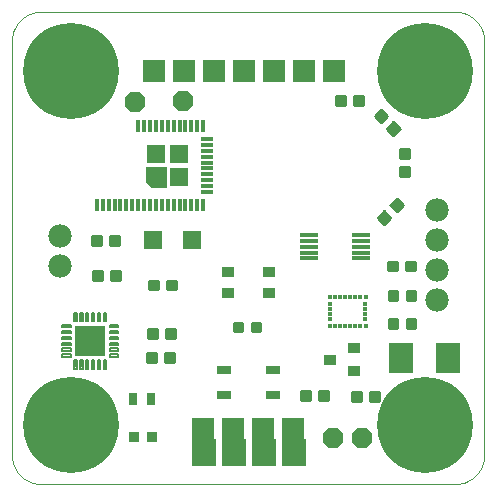
<source format=gts>
G75*
%MOIN*%
%OFA0B0*%
%FSLAX25Y25*%
%IPPOS*%
%LPD*%
%AMOC8*
5,1,8,0,0,1.08239X$1,22.5*
%
%ADD10C,0.00000*%
%ADD11OC8,0.06700*%
%ADD12C,0.00975*%
%ADD13R,0.05900X0.05900*%
%ADD14R,0.01306X0.01778*%
%ADD15R,0.01778X0.01306*%
%ADD16R,0.04337X0.03746*%
%ADD17R,0.06109X0.01581*%
%ADD18R,0.01400X0.04337*%
%ADD19R,0.04337X0.01400*%
%ADD20R,0.06306X0.06306*%
%ADD21C,0.00020*%
%ADD22C,0.00751*%
%ADD23R,0.10243X0.10243*%
%ADD24R,0.07800X0.07800*%
%ADD25C,0.31896*%
%ADD26C,0.07800*%
%ADD27C,0.00100*%
%ADD28R,0.04534X0.02959*%
%ADD29R,0.03550X0.03550*%
%ADD30R,0.02762X0.03943*%
%ADD31R,0.08274X0.10243*%
%ADD32R,0.03943X0.03550*%
D10*
X0010843Y0001300D02*
X0148638Y0001300D01*
X0148876Y0001303D01*
X0149114Y0001311D01*
X0149351Y0001326D01*
X0149588Y0001346D01*
X0149824Y0001372D01*
X0150060Y0001403D01*
X0150295Y0001440D01*
X0150529Y0001483D01*
X0150762Y0001532D01*
X0150994Y0001586D01*
X0151224Y0001646D01*
X0151453Y0001711D01*
X0151680Y0001782D01*
X0151905Y0001858D01*
X0152128Y0001940D01*
X0152350Y0002027D01*
X0152569Y0002119D01*
X0152786Y0002217D01*
X0153000Y0002319D01*
X0153212Y0002427D01*
X0153422Y0002541D01*
X0153628Y0002659D01*
X0153832Y0002782D01*
X0154032Y0002910D01*
X0154229Y0003042D01*
X0154424Y0003180D01*
X0154614Y0003322D01*
X0154802Y0003469D01*
X0154985Y0003620D01*
X0155165Y0003775D01*
X0155341Y0003935D01*
X0155513Y0004099D01*
X0155682Y0004268D01*
X0155846Y0004440D01*
X0156006Y0004616D01*
X0156161Y0004796D01*
X0156312Y0004979D01*
X0156459Y0005167D01*
X0156601Y0005357D01*
X0156739Y0005552D01*
X0156871Y0005749D01*
X0156999Y0005949D01*
X0157122Y0006153D01*
X0157240Y0006359D01*
X0157354Y0006569D01*
X0157462Y0006781D01*
X0157564Y0006995D01*
X0157662Y0007212D01*
X0157754Y0007431D01*
X0157841Y0007653D01*
X0157923Y0007876D01*
X0157999Y0008101D01*
X0158070Y0008328D01*
X0158135Y0008557D01*
X0158195Y0008787D01*
X0158249Y0009019D01*
X0158298Y0009252D01*
X0158341Y0009486D01*
X0158378Y0009721D01*
X0158409Y0009957D01*
X0158435Y0010193D01*
X0158455Y0010430D01*
X0158470Y0010667D01*
X0158478Y0010905D01*
X0158481Y0011143D01*
X0158480Y0011143D02*
X0158480Y0148938D01*
X0158481Y0148938D02*
X0158478Y0149176D01*
X0158470Y0149414D01*
X0158455Y0149651D01*
X0158435Y0149888D01*
X0158409Y0150124D01*
X0158378Y0150360D01*
X0158341Y0150595D01*
X0158298Y0150829D01*
X0158249Y0151062D01*
X0158195Y0151294D01*
X0158135Y0151524D01*
X0158070Y0151753D01*
X0157999Y0151980D01*
X0157923Y0152205D01*
X0157841Y0152428D01*
X0157754Y0152650D01*
X0157662Y0152869D01*
X0157564Y0153086D01*
X0157462Y0153300D01*
X0157354Y0153512D01*
X0157240Y0153722D01*
X0157122Y0153928D01*
X0156999Y0154132D01*
X0156871Y0154332D01*
X0156739Y0154529D01*
X0156601Y0154724D01*
X0156459Y0154914D01*
X0156312Y0155102D01*
X0156161Y0155285D01*
X0156006Y0155465D01*
X0155846Y0155641D01*
X0155682Y0155813D01*
X0155513Y0155982D01*
X0155341Y0156146D01*
X0155165Y0156306D01*
X0154985Y0156461D01*
X0154802Y0156612D01*
X0154614Y0156759D01*
X0154424Y0156901D01*
X0154229Y0157039D01*
X0154032Y0157171D01*
X0153832Y0157299D01*
X0153628Y0157422D01*
X0153422Y0157540D01*
X0153212Y0157654D01*
X0153000Y0157762D01*
X0152786Y0157864D01*
X0152569Y0157962D01*
X0152350Y0158054D01*
X0152128Y0158141D01*
X0151905Y0158223D01*
X0151680Y0158299D01*
X0151453Y0158370D01*
X0151224Y0158435D01*
X0150994Y0158495D01*
X0150762Y0158549D01*
X0150529Y0158598D01*
X0150295Y0158641D01*
X0150060Y0158678D01*
X0149824Y0158709D01*
X0149588Y0158735D01*
X0149351Y0158755D01*
X0149114Y0158770D01*
X0148876Y0158778D01*
X0148638Y0158781D01*
X0148638Y0158780D02*
X0010843Y0158780D01*
X0010843Y0158781D02*
X0010605Y0158778D01*
X0010367Y0158770D01*
X0010130Y0158755D01*
X0009893Y0158735D01*
X0009657Y0158709D01*
X0009421Y0158678D01*
X0009186Y0158641D01*
X0008952Y0158598D01*
X0008719Y0158549D01*
X0008487Y0158495D01*
X0008257Y0158435D01*
X0008028Y0158370D01*
X0007801Y0158299D01*
X0007576Y0158223D01*
X0007353Y0158141D01*
X0007131Y0158054D01*
X0006912Y0157962D01*
X0006695Y0157864D01*
X0006481Y0157762D01*
X0006269Y0157654D01*
X0006059Y0157540D01*
X0005853Y0157422D01*
X0005649Y0157299D01*
X0005449Y0157171D01*
X0005252Y0157039D01*
X0005057Y0156901D01*
X0004867Y0156759D01*
X0004679Y0156612D01*
X0004496Y0156461D01*
X0004316Y0156306D01*
X0004140Y0156146D01*
X0003968Y0155982D01*
X0003799Y0155813D01*
X0003635Y0155641D01*
X0003475Y0155465D01*
X0003320Y0155285D01*
X0003169Y0155102D01*
X0003022Y0154914D01*
X0002880Y0154724D01*
X0002742Y0154529D01*
X0002610Y0154332D01*
X0002482Y0154132D01*
X0002359Y0153928D01*
X0002241Y0153722D01*
X0002127Y0153512D01*
X0002019Y0153300D01*
X0001917Y0153086D01*
X0001819Y0152869D01*
X0001727Y0152650D01*
X0001640Y0152428D01*
X0001558Y0152205D01*
X0001482Y0151980D01*
X0001411Y0151753D01*
X0001346Y0151524D01*
X0001286Y0151294D01*
X0001232Y0151062D01*
X0001183Y0150829D01*
X0001140Y0150595D01*
X0001103Y0150360D01*
X0001072Y0150124D01*
X0001046Y0149888D01*
X0001026Y0149651D01*
X0001011Y0149414D01*
X0001003Y0149176D01*
X0001000Y0148938D01*
X0001000Y0011143D01*
X0001003Y0010905D01*
X0001011Y0010667D01*
X0001026Y0010430D01*
X0001046Y0010193D01*
X0001072Y0009957D01*
X0001103Y0009721D01*
X0001140Y0009486D01*
X0001183Y0009252D01*
X0001232Y0009019D01*
X0001286Y0008787D01*
X0001346Y0008557D01*
X0001411Y0008328D01*
X0001482Y0008101D01*
X0001558Y0007876D01*
X0001640Y0007653D01*
X0001727Y0007431D01*
X0001819Y0007212D01*
X0001917Y0006995D01*
X0002019Y0006781D01*
X0002127Y0006569D01*
X0002241Y0006359D01*
X0002359Y0006153D01*
X0002482Y0005949D01*
X0002610Y0005749D01*
X0002742Y0005552D01*
X0002880Y0005357D01*
X0003022Y0005167D01*
X0003169Y0004979D01*
X0003320Y0004796D01*
X0003475Y0004616D01*
X0003635Y0004440D01*
X0003799Y0004268D01*
X0003968Y0004099D01*
X0004140Y0003935D01*
X0004316Y0003775D01*
X0004496Y0003620D01*
X0004679Y0003469D01*
X0004867Y0003322D01*
X0005057Y0003180D01*
X0005252Y0003042D01*
X0005449Y0002910D01*
X0005649Y0002782D01*
X0005853Y0002659D01*
X0006059Y0002541D01*
X0006269Y0002427D01*
X0006481Y0002319D01*
X0006695Y0002217D01*
X0006912Y0002119D01*
X0007131Y0002027D01*
X0007353Y0001940D01*
X0007576Y0001858D01*
X0007801Y0001782D01*
X0008028Y0001711D01*
X0008257Y0001646D01*
X0008487Y0001586D01*
X0008719Y0001532D01*
X0008952Y0001483D01*
X0009186Y0001440D01*
X0009421Y0001403D01*
X0009657Y0001372D01*
X0009893Y0001346D01*
X0010130Y0001326D01*
X0010367Y0001311D01*
X0010605Y0001303D01*
X0010843Y0001300D01*
D11*
X0108087Y0016654D03*
X0117654Y0016615D03*
X0057969Y0129174D03*
X0041984Y0128859D03*
D12*
X0036723Y0084102D02*
X0033797Y0084102D01*
X0036723Y0084102D02*
X0036723Y0081176D01*
X0033797Y0081176D01*
X0033797Y0084102D01*
X0033797Y0082150D02*
X0036723Y0082150D01*
X0036723Y0083124D02*
X0033797Y0083124D01*
X0033797Y0084098D02*
X0036723Y0084098D01*
X0030723Y0084102D02*
X0027797Y0084102D01*
X0030723Y0084102D02*
X0030723Y0081176D01*
X0027797Y0081176D01*
X0027797Y0084102D01*
X0027797Y0082150D02*
X0030723Y0082150D01*
X0030723Y0083124D02*
X0027797Y0083124D01*
X0027797Y0084098D02*
X0030723Y0084098D01*
X0030998Y0069286D02*
X0028072Y0069286D01*
X0028072Y0072212D01*
X0030998Y0072212D01*
X0030998Y0069286D01*
X0030998Y0070260D02*
X0028072Y0070260D01*
X0028072Y0071234D02*
X0030998Y0071234D01*
X0030998Y0072208D02*
X0028072Y0072208D01*
X0034072Y0069286D02*
X0036998Y0069286D01*
X0034072Y0069286D02*
X0034072Y0072212D01*
X0036998Y0072212D01*
X0036998Y0069286D01*
X0036998Y0070260D02*
X0034072Y0070260D01*
X0034072Y0071234D02*
X0036998Y0071234D01*
X0036998Y0072208D02*
X0034072Y0072208D01*
X0046773Y0066215D02*
X0049699Y0066215D01*
X0046773Y0066215D02*
X0046773Y0069141D01*
X0049699Y0069141D01*
X0049699Y0066215D01*
X0049699Y0067189D02*
X0046773Y0067189D01*
X0046773Y0068163D02*
X0049699Y0068163D01*
X0049699Y0069137D02*
X0046773Y0069137D01*
X0052773Y0066215D02*
X0055699Y0066215D01*
X0052773Y0066215D02*
X0052773Y0069141D01*
X0055699Y0069141D01*
X0055699Y0066215D01*
X0055699Y0067189D02*
X0052773Y0067189D01*
X0052773Y0068163D02*
X0055699Y0068163D01*
X0055699Y0069137D02*
X0052773Y0069137D01*
X0052390Y0053117D02*
X0055316Y0053117D01*
X0055316Y0050191D01*
X0052390Y0050191D01*
X0052390Y0053117D01*
X0052390Y0051165D02*
X0055316Y0051165D01*
X0055316Y0052139D02*
X0052390Y0052139D01*
X0052390Y0053113D02*
X0055316Y0053113D01*
X0049316Y0053117D02*
X0046390Y0053117D01*
X0049316Y0053117D02*
X0049316Y0050191D01*
X0046390Y0050191D01*
X0046390Y0053117D01*
X0046390Y0051165D02*
X0049316Y0051165D01*
X0049316Y0052139D02*
X0046390Y0052139D01*
X0046390Y0053113D02*
X0049316Y0053113D01*
X0049076Y0041963D02*
X0046150Y0041963D01*
X0046150Y0044889D01*
X0049076Y0044889D01*
X0049076Y0041963D01*
X0049076Y0042937D02*
X0046150Y0042937D01*
X0046150Y0043911D02*
X0049076Y0043911D01*
X0049076Y0044885D02*
X0046150Y0044885D01*
X0052150Y0041963D02*
X0055076Y0041963D01*
X0052150Y0041963D02*
X0052150Y0044889D01*
X0055076Y0044889D01*
X0055076Y0041963D01*
X0055076Y0042937D02*
X0052150Y0042937D01*
X0052150Y0043911D02*
X0055076Y0043911D01*
X0055076Y0044885D02*
X0052150Y0044885D01*
X0074918Y0055179D02*
X0077844Y0055179D01*
X0077844Y0052253D01*
X0074918Y0052253D01*
X0074918Y0055179D01*
X0074918Y0053227D02*
X0077844Y0053227D01*
X0077844Y0054201D02*
X0074918Y0054201D01*
X0074918Y0055175D02*
X0077844Y0055175D01*
X0080918Y0055179D02*
X0083844Y0055179D01*
X0083844Y0052253D01*
X0080918Y0052253D01*
X0080918Y0055179D01*
X0080918Y0053227D02*
X0083844Y0053227D01*
X0083844Y0054201D02*
X0080918Y0054201D01*
X0080918Y0055175D02*
X0083844Y0055175D01*
X0097324Y0032212D02*
X0100250Y0032212D01*
X0100250Y0029286D01*
X0097324Y0029286D01*
X0097324Y0032212D01*
X0097324Y0030260D02*
X0100250Y0030260D01*
X0100250Y0031234D02*
X0097324Y0031234D01*
X0097324Y0032208D02*
X0100250Y0032208D01*
X0103324Y0032212D02*
X0106250Y0032212D01*
X0106250Y0029286D01*
X0103324Y0029286D01*
X0103324Y0032212D01*
X0103324Y0030260D02*
X0106250Y0030260D01*
X0106250Y0031234D02*
X0103324Y0031234D01*
X0103324Y0032208D02*
X0106250Y0032208D01*
X0114372Y0029050D02*
X0117298Y0029050D01*
X0114372Y0029050D02*
X0114372Y0031976D01*
X0117298Y0031976D01*
X0117298Y0029050D01*
X0117298Y0030024D02*
X0114372Y0030024D01*
X0114372Y0030998D02*
X0117298Y0030998D01*
X0117298Y0031972D02*
X0114372Y0031972D01*
X0120372Y0029050D02*
X0123298Y0029050D01*
X0120372Y0029050D02*
X0120372Y0031976D01*
X0123298Y0031976D01*
X0123298Y0029050D01*
X0123298Y0030024D02*
X0120372Y0030024D01*
X0120372Y0030998D02*
X0123298Y0030998D01*
X0123298Y0031972D02*
X0120372Y0031972D01*
X0126576Y0053498D02*
X0129502Y0053498D01*
X0126576Y0053498D02*
X0126576Y0056424D01*
X0129502Y0056424D01*
X0129502Y0053498D01*
X0129502Y0054472D02*
X0126576Y0054472D01*
X0126576Y0055446D02*
X0129502Y0055446D01*
X0129502Y0056420D02*
X0126576Y0056420D01*
X0132576Y0053498D02*
X0135502Y0053498D01*
X0132576Y0053498D02*
X0132576Y0056424D01*
X0135502Y0056424D01*
X0135502Y0053498D01*
X0135502Y0054472D02*
X0132576Y0054472D01*
X0132576Y0055446D02*
X0135502Y0055446D01*
X0135502Y0056420D02*
X0132576Y0056420D01*
X0132616Y0062711D02*
X0135542Y0062711D01*
X0132616Y0062711D02*
X0132616Y0065637D01*
X0135542Y0065637D01*
X0135542Y0062711D01*
X0135542Y0063685D02*
X0132616Y0063685D01*
X0132616Y0064659D02*
X0135542Y0064659D01*
X0135542Y0065633D02*
X0132616Y0065633D01*
X0129542Y0062711D02*
X0126616Y0062711D01*
X0126616Y0065637D01*
X0129542Y0065637D01*
X0129542Y0062711D01*
X0129542Y0063685D02*
X0126616Y0063685D01*
X0126616Y0064659D02*
X0129542Y0064659D01*
X0129542Y0065633D02*
X0126616Y0065633D01*
X0126340Y0072593D02*
X0129266Y0072593D01*
X0126340Y0072593D02*
X0126340Y0075519D01*
X0129266Y0075519D01*
X0129266Y0072593D01*
X0129266Y0073567D02*
X0126340Y0073567D01*
X0126340Y0074541D02*
X0129266Y0074541D01*
X0129266Y0075515D02*
X0126340Y0075515D01*
X0132340Y0072593D02*
X0135266Y0072593D01*
X0132340Y0072593D02*
X0132340Y0075519D01*
X0135266Y0075519D01*
X0135266Y0072593D01*
X0135266Y0073567D02*
X0132340Y0073567D01*
X0132340Y0074541D02*
X0135266Y0074541D01*
X0135266Y0075515D02*
X0132340Y0075515D01*
X0122984Y0090181D02*
X0125052Y0092249D01*
X0127120Y0090181D01*
X0125052Y0088113D01*
X0122984Y0090181D01*
X0124078Y0089087D02*
X0126026Y0089087D01*
X0127000Y0090061D02*
X0123104Y0090061D01*
X0123838Y0091035D02*
X0126266Y0091035D01*
X0125292Y0092009D02*
X0124812Y0092009D01*
X0127227Y0094424D02*
X0129295Y0096492D01*
X0131363Y0094424D01*
X0129295Y0092356D01*
X0127227Y0094424D01*
X0128321Y0093330D02*
X0130269Y0093330D01*
X0131243Y0094304D02*
X0127347Y0094304D01*
X0128081Y0095278D02*
X0130509Y0095278D01*
X0129535Y0096252D02*
X0129055Y0096252D01*
X0130364Y0104042D02*
X0130364Y0106968D01*
X0133290Y0106968D01*
X0133290Y0104042D01*
X0130364Y0104042D01*
X0130364Y0105016D02*
X0133290Y0105016D01*
X0133290Y0105990D02*
X0130364Y0105990D01*
X0130364Y0106964D02*
X0133290Y0106964D01*
X0130364Y0110042D02*
X0130364Y0112968D01*
X0133290Y0112968D01*
X0133290Y0110042D01*
X0130364Y0110042D01*
X0130364Y0111016D02*
X0133290Y0111016D01*
X0133290Y0111990D02*
X0130364Y0111990D01*
X0130364Y0112964D02*
X0133290Y0112964D01*
X0128208Y0117739D02*
X0126140Y0119807D01*
X0128208Y0121875D01*
X0130276Y0119807D01*
X0128208Y0117739D01*
X0129182Y0118713D02*
X0127234Y0118713D01*
X0126260Y0119687D02*
X0130156Y0119687D01*
X0129422Y0120661D02*
X0126994Y0120661D01*
X0127968Y0121635D02*
X0128448Y0121635D01*
X0123965Y0121982D02*
X0121897Y0124050D01*
X0123965Y0126118D01*
X0126033Y0124050D01*
X0123965Y0121982D01*
X0124939Y0122956D02*
X0122991Y0122956D01*
X0122017Y0123930D02*
X0125913Y0123930D01*
X0125179Y0124904D02*
X0122751Y0124904D01*
X0123725Y0125878D02*
X0124205Y0125878D01*
X0117999Y0127852D02*
X0115073Y0127852D01*
X0115073Y0130778D01*
X0117999Y0130778D01*
X0117999Y0127852D01*
X0117999Y0128826D02*
X0115073Y0128826D01*
X0115073Y0129800D02*
X0117999Y0129800D01*
X0117999Y0130774D02*
X0115073Y0130774D01*
X0111999Y0127852D02*
X0109073Y0127852D01*
X0109073Y0130778D01*
X0111999Y0130778D01*
X0111999Y0127852D01*
X0111999Y0128826D02*
X0109073Y0128826D01*
X0109073Y0129800D02*
X0111999Y0129800D01*
X0111999Y0130774D02*
X0109073Y0130774D01*
D13*
X0061201Y0082678D03*
X0048201Y0082678D03*
D14*
X0107058Y0063591D03*
X0108751Y0063591D03*
X0110444Y0063591D03*
X0112137Y0063591D03*
X0113830Y0063591D03*
X0115523Y0063591D03*
X0117216Y0063591D03*
X0118909Y0063591D03*
X0118909Y0053984D03*
X0117216Y0053984D03*
X0115523Y0053984D03*
X0113830Y0053984D03*
X0112137Y0053984D03*
X0110444Y0053984D03*
X0108751Y0053984D03*
X0107058Y0053984D03*
D15*
X0107176Y0056248D03*
X0107176Y0057941D03*
X0107176Y0059634D03*
X0107176Y0061327D03*
X0118791Y0061327D03*
X0118791Y0059634D03*
X0118791Y0057941D03*
X0118791Y0056248D03*
D16*
X0086810Y0065025D03*
X0086810Y0071915D03*
X0073031Y0071915D03*
X0073031Y0065025D03*
D17*
X0100034Y0076556D03*
X0100034Y0078524D03*
X0100034Y0080493D03*
X0100034Y0082461D03*
X0100034Y0084430D03*
X0117357Y0084430D03*
X0117357Y0082461D03*
X0117357Y0080493D03*
X0117357Y0078524D03*
X0117357Y0076556D03*
D18*
X0064780Y0094509D03*
X0062811Y0094509D03*
X0060843Y0094509D03*
X0058874Y0094509D03*
X0056906Y0094509D03*
X0054937Y0094509D03*
X0052969Y0094509D03*
X0051000Y0094509D03*
X0049031Y0094509D03*
X0047063Y0094509D03*
X0045094Y0094509D03*
X0043126Y0094509D03*
X0041157Y0094509D03*
X0039189Y0094509D03*
X0037220Y0094509D03*
X0035252Y0094509D03*
X0033283Y0094509D03*
X0031315Y0094509D03*
X0029346Y0094509D03*
X0043126Y0120532D03*
X0045094Y0120532D03*
X0047063Y0120532D03*
X0049031Y0120532D03*
X0051000Y0120532D03*
X0052969Y0120532D03*
X0054937Y0120532D03*
X0056906Y0120532D03*
X0058874Y0120532D03*
X0060843Y0120532D03*
X0062811Y0120532D03*
X0064780Y0120532D03*
D19*
X0065921Y0116379D03*
X0065921Y0114410D03*
X0065921Y0112442D03*
X0065921Y0110473D03*
X0065921Y0108505D03*
X0065921Y0106536D03*
X0065921Y0104568D03*
X0065921Y0102599D03*
X0065921Y0100631D03*
X0065921Y0098662D03*
D20*
X0056866Y0103564D03*
X0056866Y0111438D03*
X0048992Y0111438D03*
D21*
X0052339Y0106910D02*
X0045646Y0106910D01*
X0045646Y0102225D01*
X0047654Y0100217D01*
X0052339Y0100217D01*
X0052339Y0106910D01*
X0052339Y0106902D02*
X0045646Y0106902D01*
X0045646Y0106884D02*
X0052339Y0106884D01*
X0052339Y0106866D02*
X0045646Y0106866D01*
X0045646Y0106848D02*
X0052339Y0106848D01*
X0052339Y0106830D02*
X0045646Y0106830D01*
X0045646Y0106812D02*
X0052339Y0106812D01*
X0052339Y0106793D02*
X0045646Y0106793D01*
X0045646Y0106775D02*
X0052339Y0106775D01*
X0052339Y0106757D02*
X0045646Y0106757D01*
X0045646Y0106739D02*
X0052339Y0106739D01*
X0052339Y0106721D02*
X0045646Y0106721D01*
X0045646Y0106702D02*
X0052339Y0106702D01*
X0052339Y0106684D02*
X0045646Y0106684D01*
X0045646Y0106666D02*
X0052339Y0106666D01*
X0052339Y0106648D02*
X0045646Y0106648D01*
X0045646Y0106630D02*
X0052339Y0106630D01*
X0052339Y0106611D02*
X0045646Y0106611D01*
X0045646Y0106593D02*
X0052339Y0106593D01*
X0052339Y0106575D02*
X0045646Y0106575D01*
X0045646Y0106557D02*
X0052339Y0106557D01*
X0052339Y0106539D02*
X0045646Y0106539D01*
X0045646Y0106520D02*
X0052339Y0106520D01*
X0052339Y0106502D02*
X0045646Y0106502D01*
X0045646Y0106484D02*
X0052339Y0106484D01*
X0052339Y0106466D02*
X0045646Y0106466D01*
X0045646Y0106448D02*
X0052339Y0106448D01*
X0052339Y0106429D02*
X0045646Y0106429D01*
X0045646Y0106411D02*
X0052339Y0106411D01*
X0052339Y0106393D02*
X0045646Y0106393D01*
X0045646Y0106375D02*
X0052339Y0106375D01*
X0052339Y0106357D02*
X0045646Y0106357D01*
X0045646Y0106338D02*
X0052339Y0106338D01*
X0052339Y0106320D02*
X0045646Y0106320D01*
X0045646Y0106302D02*
X0052339Y0106302D01*
X0052339Y0106284D02*
X0045646Y0106284D01*
X0045646Y0106266D02*
X0052339Y0106266D01*
X0052339Y0106247D02*
X0045646Y0106247D01*
X0045646Y0106229D02*
X0052339Y0106229D01*
X0052339Y0106211D02*
X0045646Y0106211D01*
X0045646Y0106193D02*
X0052339Y0106193D01*
X0052339Y0106175D02*
X0045646Y0106175D01*
X0045646Y0106156D02*
X0052339Y0106156D01*
X0052339Y0106138D02*
X0045646Y0106138D01*
X0045646Y0106120D02*
X0052339Y0106120D01*
X0052339Y0106102D02*
X0045646Y0106102D01*
X0045646Y0106084D02*
X0052339Y0106084D01*
X0052339Y0106065D02*
X0045646Y0106065D01*
X0045646Y0106047D02*
X0052339Y0106047D01*
X0052339Y0106029D02*
X0045646Y0106029D01*
X0045646Y0106011D02*
X0052339Y0106011D01*
X0052339Y0105993D02*
X0045646Y0105993D01*
X0045646Y0105974D02*
X0052339Y0105974D01*
X0052339Y0105956D02*
X0045646Y0105956D01*
X0045646Y0105938D02*
X0052339Y0105938D01*
X0052339Y0105920D02*
X0045646Y0105920D01*
X0045646Y0105902D02*
X0052339Y0105902D01*
X0052339Y0105884D02*
X0045646Y0105884D01*
X0045646Y0105865D02*
X0052339Y0105865D01*
X0052339Y0105847D02*
X0045646Y0105847D01*
X0045646Y0105829D02*
X0052339Y0105829D01*
X0052339Y0105811D02*
X0045646Y0105811D01*
X0045646Y0105793D02*
X0052339Y0105793D01*
X0052339Y0105774D02*
X0045646Y0105774D01*
X0045646Y0105756D02*
X0052339Y0105756D01*
X0052339Y0105738D02*
X0045646Y0105738D01*
X0045646Y0105720D02*
X0052339Y0105720D01*
X0052339Y0105702D02*
X0045646Y0105702D01*
X0045646Y0105683D02*
X0052339Y0105683D01*
X0052339Y0105665D02*
X0045646Y0105665D01*
X0045646Y0105647D02*
X0052339Y0105647D01*
X0052339Y0105629D02*
X0045646Y0105629D01*
X0045646Y0105611D02*
X0052339Y0105611D01*
X0052339Y0105592D02*
X0045646Y0105592D01*
X0045646Y0105574D02*
X0052339Y0105574D01*
X0052339Y0105556D02*
X0045646Y0105556D01*
X0045646Y0105538D02*
X0052339Y0105538D01*
X0052339Y0105520D02*
X0045646Y0105520D01*
X0045646Y0105501D02*
X0052339Y0105501D01*
X0052339Y0105483D02*
X0045646Y0105483D01*
X0045646Y0105465D02*
X0052339Y0105465D01*
X0052339Y0105447D02*
X0045646Y0105447D01*
X0045646Y0105429D02*
X0052339Y0105429D01*
X0052339Y0105410D02*
X0045646Y0105410D01*
X0045646Y0105392D02*
X0052339Y0105392D01*
X0052339Y0105374D02*
X0045646Y0105374D01*
X0045646Y0105356D02*
X0052339Y0105356D01*
X0052339Y0105338D02*
X0045646Y0105338D01*
X0045646Y0105319D02*
X0052339Y0105319D01*
X0052339Y0105301D02*
X0045646Y0105301D01*
X0045646Y0105283D02*
X0052339Y0105283D01*
X0052339Y0105265D02*
X0045646Y0105265D01*
X0045646Y0105247D02*
X0052339Y0105247D01*
X0052339Y0105228D02*
X0045646Y0105228D01*
X0045646Y0105210D02*
X0052339Y0105210D01*
X0052339Y0105192D02*
X0045646Y0105192D01*
X0045646Y0105174D02*
X0052339Y0105174D01*
X0052339Y0105156D02*
X0045646Y0105156D01*
X0045646Y0105137D02*
X0052339Y0105137D01*
X0052339Y0105119D02*
X0045646Y0105119D01*
X0045646Y0105101D02*
X0052339Y0105101D01*
X0052339Y0105083D02*
X0045646Y0105083D01*
X0045646Y0105065D02*
X0052339Y0105065D01*
X0052339Y0105046D02*
X0045646Y0105046D01*
X0045646Y0105028D02*
X0052339Y0105028D01*
X0052339Y0105010D02*
X0045646Y0105010D01*
X0045646Y0104992D02*
X0052339Y0104992D01*
X0052339Y0104974D02*
X0045646Y0104974D01*
X0045646Y0104955D02*
X0052339Y0104955D01*
X0052339Y0104937D02*
X0045646Y0104937D01*
X0045646Y0104919D02*
X0052339Y0104919D01*
X0052339Y0104901D02*
X0045646Y0104901D01*
X0045646Y0104883D02*
X0052339Y0104883D01*
X0052339Y0104865D02*
X0045646Y0104865D01*
X0045646Y0104846D02*
X0052339Y0104846D01*
X0052339Y0104828D02*
X0045646Y0104828D01*
X0045646Y0104810D02*
X0052339Y0104810D01*
X0052339Y0104792D02*
X0045646Y0104792D01*
X0045646Y0104774D02*
X0052339Y0104774D01*
X0052339Y0104755D02*
X0045646Y0104755D01*
X0045646Y0104737D02*
X0052339Y0104737D01*
X0052339Y0104719D02*
X0045646Y0104719D01*
X0045646Y0104701D02*
X0052339Y0104701D01*
X0052339Y0104683D02*
X0045646Y0104683D01*
X0045646Y0104664D02*
X0052339Y0104664D01*
X0052339Y0104646D02*
X0045646Y0104646D01*
X0045646Y0104628D02*
X0052339Y0104628D01*
X0052339Y0104610D02*
X0045646Y0104610D01*
X0045646Y0104592D02*
X0052339Y0104592D01*
X0052339Y0104573D02*
X0045646Y0104573D01*
X0045646Y0104555D02*
X0052339Y0104555D01*
X0052339Y0104537D02*
X0045646Y0104537D01*
X0045646Y0104519D02*
X0052339Y0104519D01*
X0052339Y0104501D02*
X0045646Y0104501D01*
X0045646Y0104482D02*
X0052339Y0104482D01*
X0052339Y0104464D02*
X0045646Y0104464D01*
X0045646Y0104446D02*
X0052339Y0104446D01*
X0052339Y0104428D02*
X0045646Y0104428D01*
X0045646Y0104410D02*
X0052339Y0104410D01*
X0052339Y0104391D02*
X0045646Y0104391D01*
X0045646Y0104373D02*
X0052339Y0104373D01*
X0052339Y0104355D02*
X0045646Y0104355D01*
X0045646Y0104337D02*
X0052339Y0104337D01*
X0052339Y0104319D02*
X0045646Y0104319D01*
X0045646Y0104300D02*
X0052339Y0104300D01*
X0052339Y0104282D02*
X0045646Y0104282D01*
X0045646Y0104264D02*
X0052339Y0104264D01*
X0052339Y0104246D02*
X0045646Y0104246D01*
X0045646Y0104228D02*
X0052339Y0104228D01*
X0052339Y0104209D02*
X0045646Y0104209D01*
X0045646Y0104191D02*
X0052339Y0104191D01*
X0052339Y0104173D02*
X0045646Y0104173D01*
X0045646Y0104155D02*
X0052339Y0104155D01*
X0052339Y0104137D02*
X0045646Y0104137D01*
X0045646Y0104118D02*
X0052339Y0104118D01*
X0052339Y0104100D02*
X0045646Y0104100D01*
X0045646Y0104082D02*
X0052339Y0104082D01*
X0052339Y0104064D02*
X0045646Y0104064D01*
X0045646Y0104046D02*
X0052339Y0104046D01*
X0052339Y0104027D02*
X0045646Y0104027D01*
X0045646Y0104009D02*
X0052339Y0104009D01*
X0052339Y0103991D02*
X0045646Y0103991D01*
X0045646Y0103973D02*
X0052339Y0103973D01*
X0052339Y0103955D02*
X0045646Y0103955D01*
X0045646Y0103936D02*
X0052339Y0103936D01*
X0052339Y0103918D02*
X0045646Y0103918D01*
X0045646Y0103900D02*
X0052339Y0103900D01*
X0052339Y0103882D02*
X0045646Y0103882D01*
X0045646Y0103864D02*
X0052339Y0103864D01*
X0052339Y0103846D02*
X0045646Y0103846D01*
X0045646Y0103827D02*
X0052339Y0103827D01*
X0052339Y0103809D02*
X0045646Y0103809D01*
X0045646Y0103791D02*
X0052339Y0103791D01*
X0052339Y0103773D02*
X0045646Y0103773D01*
X0045646Y0103755D02*
X0052339Y0103755D01*
X0052339Y0103736D02*
X0045646Y0103736D01*
X0045646Y0103718D02*
X0052339Y0103718D01*
X0052339Y0103700D02*
X0045646Y0103700D01*
X0045646Y0103682D02*
X0052339Y0103682D01*
X0052339Y0103664D02*
X0045646Y0103664D01*
X0045646Y0103645D02*
X0052339Y0103645D01*
X0052339Y0103627D02*
X0045646Y0103627D01*
X0045646Y0103609D02*
X0052339Y0103609D01*
X0052339Y0103591D02*
X0045646Y0103591D01*
X0045646Y0103573D02*
X0052339Y0103573D01*
X0052339Y0103554D02*
X0045646Y0103554D01*
X0045646Y0103536D02*
X0052339Y0103536D01*
X0052339Y0103518D02*
X0045646Y0103518D01*
X0045646Y0103500D02*
X0052339Y0103500D01*
X0052339Y0103482D02*
X0045646Y0103482D01*
X0045646Y0103463D02*
X0052339Y0103463D01*
X0052339Y0103445D02*
X0045646Y0103445D01*
X0045646Y0103427D02*
X0052339Y0103427D01*
X0052339Y0103409D02*
X0045646Y0103409D01*
X0045646Y0103391D02*
X0052339Y0103391D01*
X0052339Y0103372D02*
X0045646Y0103372D01*
X0045646Y0103354D02*
X0052339Y0103354D01*
X0052339Y0103336D02*
X0045646Y0103336D01*
X0045646Y0103318D02*
X0052339Y0103318D01*
X0052339Y0103300D02*
X0045646Y0103300D01*
X0045646Y0103281D02*
X0052339Y0103281D01*
X0052339Y0103263D02*
X0045646Y0103263D01*
X0045646Y0103245D02*
X0052339Y0103245D01*
X0052339Y0103227D02*
X0045646Y0103227D01*
X0045646Y0103209D02*
X0052339Y0103209D01*
X0052339Y0103190D02*
X0045646Y0103190D01*
X0045646Y0103172D02*
X0052339Y0103172D01*
X0052339Y0103154D02*
X0045646Y0103154D01*
X0045646Y0103136D02*
X0052339Y0103136D01*
X0052339Y0103118D02*
X0045646Y0103118D01*
X0045646Y0103099D02*
X0052339Y0103099D01*
X0052339Y0103081D02*
X0045646Y0103081D01*
X0045646Y0103063D02*
X0052339Y0103063D01*
X0052339Y0103045D02*
X0045646Y0103045D01*
X0045646Y0103027D02*
X0052339Y0103027D01*
X0052339Y0103008D02*
X0045646Y0103008D01*
X0045646Y0102990D02*
X0052339Y0102990D01*
X0052339Y0102972D02*
X0045646Y0102972D01*
X0045646Y0102954D02*
X0052339Y0102954D01*
X0052339Y0102936D02*
X0045646Y0102936D01*
X0045646Y0102917D02*
X0052339Y0102917D01*
X0052339Y0102899D02*
X0045646Y0102899D01*
X0045646Y0102881D02*
X0052339Y0102881D01*
X0052339Y0102863D02*
X0045646Y0102863D01*
X0045646Y0102845D02*
X0052339Y0102845D01*
X0052339Y0102827D02*
X0045646Y0102827D01*
X0045646Y0102808D02*
X0052339Y0102808D01*
X0052339Y0102790D02*
X0045646Y0102790D01*
X0045646Y0102772D02*
X0052339Y0102772D01*
X0052339Y0102754D02*
X0045646Y0102754D01*
X0045646Y0102736D02*
X0052339Y0102736D01*
X0052339Y0102717D02*
X0045646Y0102717D01*
X0045646Y0102699D02*
X0052339Y0102699D01*
X0052339Y0102681D02*
X0045646Y0102681D01*
X0045646Y0102663D02*
X0052339Y0102663D01*
X0052339Y0102645D02*
X0045646Y0102645D01*
X0045646Y0102626D02*
X0052339Y0102626D01*
X0052339Y0102608D02*
X0045646Y0102608D01*
X0045646Y0102590D02*
X0052339Y0102590D01*
X0052339Y0102572D02*
X0045646Y0102572D01*
X0045646Y0102554D02*
X0052339Y0102554D01*
X0052339Y0102535D02*
X0045646Y0102535D01*
X0045646Y0102517D02*
X0052339Y0102517D01*
X0052339Y0102499D02*
X0045646Y0102499D01*
X0045646Y0102481D02*
X0052339Y0102481D01*
X0052339Y0102463D02*
X0045646Y0102463D01*
X0045646Y0102444D02*
X0052339Y0102444D01*
X0052339Y0102426D02*
X0045646Y0102426D01*
X0045646Y0102408D02*
X0052339Y0102408D01*
X0052339Y0102390D02*
X0045646Y0102390D01*
X0045646Y0102372D02*
X0052339Y0102372D01*
X0052339Y0102353D02*
X0045646Y0102353D01*
X0045646Y0102335D02*
X0052339Y0102335D01*
X0052339Y0102317D02*
X0045646Y0102317D01*
X0045646Y0102299D02*
X0052339Y0102299D01*
X0052339Y0102281D02*
X0045646Y0102281D01*
X0045646Y0102262D02*
X0052339Y0102262D01*
X0052339Y0102244D02*
X0045646Y0102244D01*
X0045646Y0102226D02*
X0052339Y0102226D01*
X0052339Y0102208D02*
X0045663Y0102208D01*
X0045681Y0102190D02*
X0052339Y0102190D01*
X0052339Y0102171D02*
X0045699Y0102171D01*
X0045718Y0102153D02*
X0052339Y0102153D01*
X0052339Y0102135D02*
X0045736Y0102135D01*
X0045754Y0102117D02*
X0052339Y0102117D01*
X0052339Y0102099D02*
X0045772Y0102099D01*
X0045790Y0102080D02*
X0052339Y0102080D01*
X0052339Y0102062D02*
X0045809Y0102062D01*
X0045827Y0102044D02*
X0052339Y0102044D01*
X0052339Y0102026D02*
X0045845Y0102026D01*
X0045863Y0102008D02*
X0052339Y0102008D01*
X0052339Y0101989D02*
X0045881Y0101989D01*
X0045900Y0101971D02*
X0052339Y0101971D01*
X0052339Y0101953D02*
X0045918Y0101953D01*
X0045936Y0101935D02*
X0052339Y0101935D01*
X0052339Y0101917D02*
X0045954Y0101917D01*
X0045972Y0101898D02*
X0052339Y0101898D01*
X0052339Y0101880D02*
X0045991Y0101880D01*
X0046009Y0101862D02*
X0052339Y0101862D01*
X0052339Y0101844D02*
X0046027Y0101844D01*
X0046045Y0101826D02*
X0052339Y0101826D01*
X0052339Y0101808D02*
X0046063Y0101808D01*
X0046082Y0101789D02*
X0052339Y0101789D01*
X0052339Y0101771D02*
X0046100Y0101771D01*
X0046118Y0101753D02*
X0052339Y0101753D01*
X0052339Y0101735D02*
X0046136Y0101735D01*
X0046154Y0101717D02*
X0052339Y0101717D01*
X0052339Y0101698D02*
X0046173Y0101698D01*
X0046191Y0101680D02*
X0052339Y0101680D01*
X0052339Y0101662D02*
X0046209Y0101662D01*
X0046227Y0101644D02*
X0052339Y0101644D01*
X0052339Y0101626D02*
X0046245Y0101626D01*
X0046264Y0101607D02*
X0052339Y0101607D01*
X0052339Y0101589D02*
X0046282Y0101589D01*
X0046300Y0101571D02*
X0052339Y0101571D01*
X0052339Y0101553D02*
X0046318Y0101553D01*
X0046336Y0101535D02*
X0052339Y0101535D01*
X0052339Y0101516D02*
X0046354Y0101516D01*
X0046373Y0101498D02*
X0052339Y0101498D01*
X0052339Y0101480D02*
X0046391Y0101480D01*
X0046409Y0101462D02*
X0052339Y0101462D01*
X0052339Y0101444D02*
X0046427Y0101444D01*
X0046445Y0101425D02*
X0052339Y0101425D01*
X0052339Y0101407D02*
X0046464Y0101407D01*
X0046482Y0101389D02*
X0052339Y0101389D01*
X0052339Y0101371D02*
X0046500Y0101371D01*
X0046518Y0101353D02*
X0052339Y0101353D01*
X0052339Y0101334D02*
X0046536Y0101334D01*
X0046555Y0101316D02*
X0052339Y0101316D01*
X0052339Y0101298D02*
X0046573Y0101298D01*
X0046591Y0101280D02*
X0052339Y0101280D01*
X0052339Y0101262D02*
X0046609Y0101262D01*
X0046627Y0101243D02*
X0052339Y0101243D01*
X0052339Y0101225D02*
X0046646Y0101225D01*
X0046664Y0101207D02*
X0052339Y0101207D01*
X0052339Y0101189D02*
X0046682Y0101189D01*
X0046700Y0101171D02*
X0052339Y0101171D01*
X0052339Y0101152D02*
X0046718Y0101152D01*
X0046737Y0101134D02*
X0052339Y0101134D01*
X0052339Y0101116D02*
X0046755Y0101116D01*
X0046773Y0101098D02*
X0052339Y0101098D01*
X0052339Y0101080D02*
X0046791Y0101080D01*
X0046809Y0101061D02*
X0052339Y0101061D01*
X0052339Y0101043D02*
X0046828Y0101043D01*
X0046846Y0101025D02*
X0052339Y0101025D01*
X0052339Y0101007D02*
X0046864Y0101007D01*
X0046882Y0100989D02*
X0052339Y0100989D01*
X0052339Y0100970D02*
X0046900Y0100970D01*
X0046919Y0100952D02*
X0052339Y0100952D01*
X0052339Y0100934D02*
X0046937Y0100934D01*
X0046955Y0100916D02*
X0052339Y0100916D01*
X0052339Y0100898D02*
X0046973Y0100898D01*
X0046991Y0100880D02*
X0052339Y0100880D01*
X0052339Y0100861D02*
X0047010Y0100861D01*
X0047028Y0100843D02*
X0052339Y0100843D01*
X0052339Y0100825D02*
X0047046Y0100825D01*
X0047064Y0100807D02*
X0052339Y0100807D01*
X0052339Y0100789D02*
X0047082Y0100789D01*
X0047101Y0100770D02*
X0052339Y0100770D01*
X0052339Y0100752D02*
X0047119Y0100752D01*
X0047137Y0100734D02*
X0052339Y0100734D01*
X0052339Y0100716D02*
X0047155Y0100716D01*
X0047173Y0100698D02*
X0052339Y0100698D01*
X0052339Y0100679D02*
X0047192Y0100679D01*
X0047210Y0100661D02*
X0052339Y0100661D01*
X0052339Y0100643D02*
X0047228Y0100643D01*
X0047246Y0100625D02*
X0052339Y0100625D01*
X0052339Y0100607D02*
X0047264Y0100607D01*
X0047283Y0100588D02*
X0052339Y0100588D01*
X0052339Y0100570D02*
X0047301Y0100570D01*
X0047319Y0100552D02*
X0052339Y0100552D01*
X0052339Y0100534D02*
X0047337Y0100534D01*
X0047355Y0100516D02*
X0052339Y0100516D01*
X0052339Y0100497D02*
X0047373Y0100497D01*
X0047392Y0100479D02*
X0052339Y0100479D01*
X0052339Y0100461D02*
X0047410Y0100461D01*
X0047428Y0100443D02*
X0052339Y0100443D01*
X0052339Y0100425D02*
X0047446Y0100425D01*
X0047464Y0100406D02*
X0052339Y0100406D01*
X0052339Y0100388D02*
X0047483Y0100388D01*
X0047501Y0100370D02*
X0052339Y0100370D01*
X0052339Y0100352D02*
X0047519Y0100352D01*
X0047537Y0100334D02*
X0052339Y0100334D01*
X0052339Y0100315D02*
X0047555Y0100315D01*
X0047574Y0100297D02*
X0052339Y0100297D01*
X0052339Y0100279D02*
X0047592Y0100279D01*
X0047610Y0100261D02*
X0052339Y0100261D01*
X0052339Y0100243D02*
X0047628Y0100243D01*
X0047646Y0100224D02*
X0052339Y0100224D01*
D22*
X0031704Y0058401D02*
X0031704Y0055601D01*
X0031704Y0058401D02*
X0032456Y0058401D01*
X0032456Y0055601D01*
X0031704Y0055601D01*
X0031704Y0056351D02*
X0032456Y0056351D01*
X0032456Y0057101D02*
X0031704Y0057101D01*
X0031704Y0057851D02*
X0032456Y0057851D01*
X0029735Y0058401D02*
X0029735Y0055601D01*
X0029735Y0058401D02*
X0030487Y0058401D01*
X0030487Y0055601D01*
X0029735Y0055601D01*
X0029735Y0056351D02*
X0030487Y0056351D01*
X0030487Y0057101D02*
X0029735Y0057101D01*
X0029735Y0057851D02*
X0030487Y0057851D01*
X0027767Y0058401D02*
X0027767Y0055601D01*
X0027767Y0058401D02*
X0028519Y0058401D01*
X0028519Y0055601D01*
X0027767Y0055601D01*
X0027767Y0056351D02*
X0028519Y0056351D01*
X0028519Y0057101D02*
X0027767Y0057101D01*
X0027767Y0057851D02*
X0028519Y0057851D01*
X0025798Y0058401D02*
X0025798Y0055601D01*
X0025798Y0058401D02*
X0026550Y0058401D01*
X0026550Y0055601D01*
X0025798Y0055601D01*
X0025798Y0056351D02*
X0026550Y0056351D01*
X0026550Y0057101D02*
X0025798Y0057101D01*
X0025798Y0057851D02*
X0026550Y0057851D01*
X0023830Y0058401D02*
X0023830Y0055601D01*
X0023830Y0058401D02*
X0024582Y0058401D01*
X0024582Y0055601D01*
X0023830Y0055601D01*
X0023830Y0056351D02*
X0024582Y0056351D01*
X0024582Y0057101D02*
X0023830Y0057101D01*
X0023830Y0057851D02*
X0024582Y0057851D01*
X0021861Y0058401D02*
X0021861Y0055601D01*
X0021861Y0058401D02*
X0022613Y0058401D01*
X0022613Y0055601D01*
X0021861Y0055601D01*
X0021861Y0056351D02*
X0022613Y0056351D01*
X0022613Y0057101D02*
X0021861Y0057101D01*
X0021861Y0057851D02*
X0022613Y0057851D01*
X0020684Y0054424D02*
X0017884Y0054424D01*
X0020684Y0054424D02*
X0020684Y0053672D01*
X0017884Y0053672D01*
X0017884Y0054424D01*
X0017884Y0054422D02*
X0020684Y0054422D01*
X0020684Y0052456D02*
X0017884Y0052456D01*
X0020684Y0052456D02*
X0020684Y0051704D01*
X0017884Y0051704D01*
X0017884Y0052456D01*
X0017884Y0052454D02*
X0020684Y0052454D01*
X0020684Y0050487D02*
X0017884Y0050487D01*
X0020684Y0050487D02*
X0020684Y0049735D01*
X0017884Y0049735D01*
X0017884Y0050487D01*
X0017884Y0050485D02*
X0020684Y0050485D01*
X0020684Y0048519D02*
X0017884Y0048519D01*
X0020684Y0048519D02*
X0020684Y0047767D01*
X0017884Y0047767D01*
X0017884Y0048519D01*
X0017884Y0048517D02*
X0020684Y0048517D01*
X0020684Y0046550D02*
X0017884Y0046550D01*
X0020684Y0046550D02*
X0020684Y0045798D01*
X0017884Y0045798D01*
X0017884Y0046550D01*
X0017884Y0046548D02*
X0020684Y0046548D01*
X0020684Y0044582D02*
X0017884Y0044582D01*
X0020684Y0044582D02*
X0020684Y0043830D01*
X0017884Y0043830D01*
X0017884Y0044582D01*
X0017884Y0044580D02*
X0020684Y0044580D01*
X0022613Y0042653D02*
X0022613Y0039853D01*
X0021861Y0039853D01*
X0021861Y0042653D01*
X0022613Y0042653D01*
X0022613Y0040603D02*
X0021861Y0040603D01*
X0021861Y0041353D02*
X0022613Y0041353D01*
X0022613Y0042103D02*
X0021861Y0042103D01*
X0024582Y0042653D02*
X0024582Y0039853D01*
X0023830Y0039853D01*
X0023830Y0042653D01*
X0024582Y0042653D01*
X0024582Y0040603D02*
X0023830Y0040603D01*
X0023830Y0041353D02*
X0024582Y0041353D01*
X0024582Y0042103D02*
X0023830Y0042103D01*
X0026550Y0042653D02*
X0026550Y0039853D01*
X0025798Y0039853D01*
X0025798Y0042653D01*
X0026550Y0042653D01*
X0026550Y0040603D02*
X0025798Y0040603D01*
X0025798Y0041353D02*
X0026550Y0041353D01*
X0026550Y0042103D02*
X0025798Y0042103D01*
X0028519Y0042653D02*
X0028519Y0039853D01*
X0027767Y0039853D01*
X0027767Y0042653D01*
X0028519Y0042653D01*
X0028519Y0040603D02*
X0027767Y0040603D01*
X0027767Y0041353D02*
X0028519Y0041353D01*
X0028519Y0042103D02*
X0027767Y0042103D01*
X0030487Y0042653D02*
X0030487Y0039853D01*
X0029735Y0039853D01*
X0029735Y0042653D01*
X0030487Y0042653D01*
X0030487Y0040603D02*
X0029735Y0040603D01*
X0029735Y0041353D02*
X0030487Y0041353D01*
X0030487Y0042103D02*
X0029735Y0042103D01*
X0032456Y0042653D02*
X0032456Y0039853D01*
X0031704Y0039853D01*
X0031704Y0042653D01*
X0032456Y0042653D01*
X0032456Y0040603D02*
X0031704Y0040603D01*
X0031704Y0041353D02*
X0032456Y0041353D01*
X0032456Y0042103D02*
X0031704Y0042103D01*
X0033632Y0043830D02*
X0036432Y0043830D01*
X0033632Y0043830D02*
X0033632Y0044582D01*
X0036432Y0044582D01*
X0036432Y0043830D01*
X0036432Y0044580D02*
X0033632Y0044580D01*
X0033632Y0045798D02*
X0036432Y0045798D01*
X0033632Y0045798D02*
X0033632Y0046550D01*
X0036432Y0046550D01*
X0036432Y0045798D01*
X0036432Y0046548D02*
X0033632Y0046548D01*
X0033632Y0047767D02*
X0036432Y0047767D01*
X0033632Y0047767D02*
X0033632Y0048519D01*
X0036432Y0048519D01*
X0036432Y0047767D01*
X0036432Y0048517D02*
X0033632Y0048517D01*
X0033632Y0049735D02*
X0036432Y0049735D01*
X0033632Y0049735D02*
X0033632Y0050487D01*
X0036432Y0050487D01*
X0036432Y0049735D01*
X0036432Y0050485D02*
X0033632Y0050485D01*
X0033632Y0051704D02*
X0036432Y0051704D01*
X0033632Y0051704D02*
X0033632Y0052456D01*
X0036432Y0052456D01*
X0036432Y0051704D01*
X0036432Y0052454D02*
X0033632Y0052454D01*
X0033632Y0053672D02*
X0036432Y0053672D01*
X0033632Y0053672D02*
X0033632Y0054424D01*
X0036432Y0054424D01*
X0036432Y0053672D01*
X0036432Y0054422D02*
X0033632Y0054422D01*
D23*
X0027158Y0049127D03*
D24*
X0064880Y0019854D03*
X0074880Y0019854D03*
X0084880Y0019854D03*
X0094880Y0019854D03*
X0098244Y0139095D03*
X0088244Y0139095D03*
X0078244Y0139095D03*
X0068244Y0139095D03*
X0058244Y0139095D03*
X0048244Y0139095D03*
X0108244Y0139095D03*
D25*
X0138795Y0139095D03*
X0138795Y0020985D03*
X0020685Y0020985D03*
X0020685Y0139095D03*
D26*
X0016911Y0084177D03*
X0016911Y0074177D03*
X0142827Y0072620D03*
X0142827Y0082620D03*
X0142827Y0092620D03*
X0142827Y0062620D03*
D27*
X0098880Y0016254D02*
X0090980Y0016254D01*
X0090980Y0007554D01*
X0098880Y0007554D01*
X0098880Y0016254D01*
X0090980Y0016254D01*
X0090980Y0007554D01*
X0098880Y0007554D01*
X0098880Y0016254D01*
X0098880Y0016234D02*
X0090980Y0016234D01*
X0098880Y0016234D01*
X0098880Y0016136D02*
X0090980Y0016136D01*
X0098880Y0016136D01*
X0098880Y0016037D02*
X0090980Y0016037D01*
X0098880Y0016037D01*
X0098880Y0015939D02*
X0090980Y0015939D01*
X0098880Y0015939D01*
X0098880Y0015840D02*
X0090980Y0015840D01*
X0098880Y0015840D01*
X0098880Y0015742D02*
X0090980Y0015742D01*
X0098880Y0015742D01*
X0098880Y0015643D02*
X0090980Y0015643D01*
X0098880Y0015643D01*
X0098880Y0015545D02*
X0090980Y0015545D01*
X0098880Y0015545D01*
X0098880Y0015446D02*
X0090980Y0015446D01*
X0098880Y0015446D01*
X0098880Y0015348D02*
X0090980Y0015348D01*
X0098880Y0015348D01*
X0098880Y0015249D02*
X0090980Y0015249D01*
X0098880Y0015249D01*
X0098880Y0015151D02*
X0090980Y0015151D01*
X0098880Y0015151D01*
X0098880Y0015052D02*
X0090980Y0015052D01*
X0098880Y0015052D01*
X0098880Y0014954D02*
X0090980Y0014954D01*
X0098880Y0014954D01*
X0098880Y0014855D02*
X0090980Y0014855D01*
X0098880Y0014855D01*
X0098880Y0014757D02*
X0090980Y0014757D01*
X0098880Y0014757D01*
X0098880Y0014658D02*
X0090980Y0014658D01*
X0098880Y0014658D01*
X0098880Y0014560D02*
X0090980Y0014560D01*
X0098880Y0014560D01*
X0098880Y0014461D02*
X0090980Y0014461D01*
X0098880Y0014461D01*
X0098880Y0014363D02*
X0090980Y0014363D01*
X0098880Y0014363D01*
X0098880Y0014264D02*
X0090980Y0014264D01*
X0098880Y0014264D01*
X0098880Y0014166D02*
X0090980Y0014166D01*
X0098880Y0014166D01*
X0098880Y0014067D02*
X0090980Y0014067D01*
X0098880Y0014067D01*
X0098880Y0013969D02*
X0090980Y0013969D01*
X0098880Y0013969D01*
X0098880Y0013870D02*
X0090980Y0013870D01*
X0098880Y0013870D01*
X0098880Y0013772D02*
X0090980Y0013772D01*
X0098880Y0013772D01*
X0098880Y0013673D02*
X0090980Y0013673D01*
X0098880Y0013673D01*
X0098880Y0013575D02*
X0090980Y0013575D01*
X0098880Y0013575D01*
X0098880Y0013476D02*
X0090980Y0013476D01*
X0098880Y0013476D01*
X0098880Y0013378D02*
X0090980Y0013378D01*
X0098880Y0013378D01*
X0098880Y0013279D02*
X0090980Y0013279D01*
X0098880Y0013279D01*
X0098880Y0013181D02*
X0090980Y0013181D01*
X0098880Y0013181D01*
X0098880Y0013082D02*
X0090980Y0013082D01*
X0098880Y0013082D01*
X0098880Y0012984D02*
X0090980Y0012984D01*
X0098880Y0012984D01*
X0098880Y0012885D02*
X0090980Y0012885D01*
X0098880Y0012885D01*
X0098880Y0012787D02*
X0090980Y0012787D01*
X0098880Y0012787D01*
X0098880Y0012688D02*
X0090980Y0012688D01*
X0098880Y0012688D01*
X0098880Y0012590D02*
X0090980Y0012590D01*
X0098880Y0012590D01*
X0098880Y0012491D02*
X0090980Y0012491D01*
X0098880Y0012491D01*
X0098880Y0012392D02*
X0090980Y0012392D01*
X0098880Y0012392D01*
X0098880Y0012294D02*
X0090980Y0012294D01*
X0098880Y0012294D01*
X0098880Y0012195D02*
X0090980Y0012195D01*
X0098880Y0012195D01*
X0098880Y0012097D02*
X0090980Y0012097D01*
X0098880Y0012097D01*
X0098880Y0011998D02*
X0090980Y0011998D01*
X0098880Y0011998D01*
X0098880Y0011900D02*
X0090980Y0011900D01*
X0098880Y0011900D01*
X0098880Y0011801D02*
X0090980Y0011801D01*
X0098880Y0011801D01*
X0098880Y0011703D02*
X0090980Y0011703D01*
X0098880Y0011703D01*
X0098880Y0011604D02*
X0090980Y0011604D01*
X0098880Y0011604D01*
X0098880Y0011506D02*
X0090980Y0011506D01*
X0098880Y0011506D01*
X0098880Y0011407D02*
X0090980Y0011407D01*
X0098880Y0011407D01*
X0098880Y0011309D02*
X0090980Y0011309D01*
X0098880Y0011309D01*
X0098880Y0011210D02*
X0090980Y0011210D01*
X0098880Y0011210D01*
X0098880Y0011112D02*
X0090980Y0011112D01*
X0098880Y0011112D01*
X0098880Y0011013D02*
X0090980Y0011013D01*
X0098880Y0011013D01*
X0098880Y0010915D02*
X0090980Y0010915D01*
X0098880Y0010915D01*
X0098880Y0010816D02*
X0090980Y0010816D01*
X0098880Y0010816D01*
X0098880Y0010718D02*
X0090980Y0010718D01*
X0098880Y0010718D01*
X0098880Y0010619D02*
X0090980Y0010619D01*
X0098880Y0010619D01*
X0098880Y0010521D02*
X0090980Y0010521D01*
X0098880Y0010521D01*
X0098880Y0010422D02*
X0090980Y0010422D01*
X0098880Y0010422D01*
X0098880Y0010324D02*
X0090980Y0010324D01*
X0098880Y0010324D01*
X0098880Y0010225D02*
X0090980Y0010225D01*
X0098880Y0010225D01*
X0098880Y0010127D02*
X0090980Y0010127D01*
X0098880Y0010127D01*
X0098880Y0010028D02*
X0090980Y0010028D01*
X0098880Y0010028D01*
X0098880Y0009930D02*
X0090980Y0009930D01*
X0098880Y0009930D01*
X0098880Y0009831D02*
X0090980Y0009831D01*
X0098880Y0009831D01*
X0098880Y0009733D02*
X0090980Y0009733D01*
X0098880Y0009733D01*
X0098880Y0009634D02*
X0090980Y0009634D01*
X0098880Y0009634D01*
X0098880Y0009536D02*
X0090980Y0009536D01*
X0098880Y0009536D01*
X0098880Y0009437D02*
X0090980Y0009437D01*
X0098880Y0009437D01*
X0098880Y0009339D02*
X0090980Y0009339D01*
X0098880Y0009339D01*
X0098880Y0009240D02*
X0090980Y0009240D01*
X0098880Y0009240D01*
X0098880Y0009142D02*
X0090980Y0009142D01*
X0098880Y0009142D01*
X0098880Y0009043D02*
X0090980Y0009043D01*
X0098880Y0009043D01*
X0098880Y0008945D02*
X0090980Y0008945D01*
X0098880Y0008945D01*
X0098880Y0008846D02*
X0090980Y0008846D01*
X0098880Y0008846D01*
X0098880Y0008748D02*
X0090980Y0008748D01*
X0098880Y0008748D01*
X0098880Y0008649D02*
X0090980Y0008649D01*
X0098880Y0008649D01*
X0098880Y0008551D02*
X0090980Y0008551D01*
X0098880Y0008551D01*
X0098880Y0008452D02*
X0090980Y0008452D01*
X0098880Y0008452D01*
X0098880Y0008354D02*
X0090980Y0008354D01*
X0098880Y0008354D01*
X0098880Y0008255D02*
X0090980Y0008255D01*
X0098880Y0008255D01*
X0098880Y0008157D02*
X0090980Y0008157D01*
X0098880Y0008157D01*
X0098880Y0008058D02*
X0090980Y0008058D01*
X0098880Y0008058D01*
X0098880Y0007959D02*
X0090980Y0007959D01*
X0098880Y0007959D01*
X0098880Y0007861D02*
X0090980Y0007861D01*
X0098880Y0007861D01*
X0098880Y0007762D02*
X0090980Y0007762D01*
X0098880Y0007762D01*
X0098880Y0007664D02*
X0090980Y0007664D01*
X0098880Y0007664D01*
X0098880Y0007565D02*
X0090980Y0007565D01*
X0098880Y0007565D01*
X0088880Y0007554D02*
X0088880Y0016254D01*
X0080980Y0016254D01*
X0080980Y0007554D01*
X0088880Y0007554D01*
X0088880Y0007565D02*
X0080980Y0007565D01*
X0080980Y0007664D02*
X0088880Y0007664D01*
X0088880Y0007762D02*
X0080980Y0007762D01*
X0080980Y0007861D02*
X0088880Y0007861D01*
X0088880Y0007959D02*
X0080980Y0007959D01*
X0080980Y0008058D02*
X0088880Y0008058D01*
X0088880Y0008157D02*
X0080980Y0008157D01*
X0080980Y0008255D02*
X0088880Y0008255D01*
X0088880Y0008354D02*
X0080980Y0008354D01*
X0080980Y0008452D02*
X0088880Y0008452D01*
X0088880Y0008551D02*
X0080980Y0008551D01*
X0080980Y0008649D02*
X0088880Y0008649D01*
X0088880Y0008748D02*
X0080980Y0008748D01*
X0080980Y0008846D02*
X0088880Y0008846D01*
X0088880Y0008945D02*
X0080980Y0008945D01*
X0080980Y0009043D02*
X0088880Y0009043D01*
X0088880Y0009142D02*
X0080980Y0009142D01*
X0080980Y0009240D02*
X0088880Y0009240D01*
X0088880Y0009339D02*
X0080980Y0009339D01*
X0080980Y0009437D02*
X0088880Y0009437D01*
X0088880Y0009536D02*
X0080980Y0009536D01*
X0080980Y0009634D02*
X0088880Y0009634D01*
X0088880Y0009733D02*
X0080980Y0009733D01*
X0080980Y0009831D02*
X0088880Y0009831D01*
X0088880Y0009930D02*
X0080980Y0009930D01*
X0080980Y0010028D02*
X0088880Y0010028D01*
X0088880Y0010127D02*
X0080980Y0010127D01*
X0080980Y0010225D02*
X0088880Y0010225D01*
X0088880Y0010324D02*
X0080980Y0010324D01*
X0080980Y0010422D02*
X0088880Y0010422D01*
X0088880Y0010521D02*
X0080980Y0010521D01*
X0080980Y0010619D02*
X0088880Y0010619D01*
X0088880Y0010718D02*
X0080980Y0010718D01*
X0080980Y0010816D02*
X0088880Y0010816D01*
X0088880Y0010915D02*
X0080980Y0010915D01*
X0080980Y0011013D02*
X0088880Y0011013D01*
X0088880Y0011112D02*
X0080980Y0011112D01*
X0080980Y0011210D02*
X0088880Y0011210D01*
X0088880Y0011309D02*
X0080980Y0011309D01*
X0080980Y0011407D02*
X0088880Y0011407D01*
X0088880Y0011506D02*
X0080980Y0011506D01*
X0080980Y0011604D02*
X0088880Y0011604D01*
X0088880Y0011703D02*
X0080980Y0011703D01*
X0080980Y0011801D02*
X0088880Y0011801D01*
X0088880Y0011900D02*
X0080980Y0011900D01*
X0080980Y0011998D02*
X0088880Y0011998D01*
X0088880Y0012097D02*
X0080980Y0012097D01*
X0080980Y0012195D02*
X0088880Y0012195D01*
X0088880Y0012294D02*
X0080980Y0012294D01*
X0080980Y0012392D02*
X0088880Y0012392D01*
X0088880Y0012491D02*
X0080980Y0012491D01*
X0080980Y0012590D02*
X0088880Y0012590D01*
X0088880Y0012688D02*
X0080980Y0012688D01*
X0080980Y0012787D02*
X0088880Y0012787D01*
X0088880Y0012885D02*
X0080980Y0012885D01*
X0080980Y0012984D02*
X0088880Y0012984D01*
X0088880Y0013082D02*
X0080980Y0013082D01*
X0080980Y0013181D02*
X0088880Y0013181D01*
X0088880Y0013279D02*
X0080980Y0013279D01*
X0080980Y0013378D02*
X0088880Y0013378D01*
X0088880Y0013476D02*
X0080980Y0013476D01*
X0080980Y0013575D02*
X0088880Y0013575D01*
X0088880Y0013673D02*
X0080980Y0013673D01*
X0080980Y0013772D02*
X0088880Y0013772D01*
X0088880Y0013870D02*
X0080980Y0013870D01*
X0080980Y0013969D02*
X0088880Y0013969D01*
X0088880Y0014067D02*
X0080980Y0014067D01*
X0080980Y0014166D02*
X0088880Y0014166D01*
X0088880Y0014264D02*
X0080980Y0014264D01*
X0080980Y0014363D02*
X0088880Y0014363D01*
X0088880Y0014461D02*
X0080980Y0014461D01*
X0080980Y0014560D02*
X0088880Y0014560D01*
X0088880Y0014658D02*
X0080980Y0014658D01*
X0080980Y0014757D02*
X0088880Y0014757D01*
X0088880Y0014855D02*
X0080980Y0014855D01*
X0080980Y0014954D02*
X0088880Y0014954D01*
X0088880Y0015052D02*
X0080980Y0015052D01*
X0080980Y0015151D02*
X0088880Y0015151D01*
X0088880Y0015249D02*
X0080980Y0015249D01*
X0080980Y0015348D02*
X0088880Y0015348D01*
X0088880Y0015446D02*
X0080980Y0015446D01*
X0080980Y0015545D02*
X0088880Y0015545D01*
X0088880Y0015643D02*
X0080980Y0015643D01*
X0080980Y0015742D02*
X0088880Y0015742D01*
X0088880Y0015840D02*
X0080980Y0015840D01*
X0080980Y0015939D02*
X0088880Y0015939D01*
X0088880Y0016037D02*
X0080980Y0016037D01*
X0080980Y0016136D02*
X0088880Y0016136D01*
X0088880Y0016234D02*
X0080980Y0016234D01*
X0078880Y0016234D02*
X0070980Y0016234D01*
X0070980Y0016254D02*
X0078880Y0016254D01*
X0078880Y0007554D01*
X0070980Y0007554D01*
X0070980Y0016254D01*
X0070980Y0016136D02*
X0078880Y0016136D01*
X0078880Y0016037D02*
X0070980Y0016037D01*
X0070980Y0015939D02*
X0078880Y0015939D01*
X0078880Y0015840D02*
X0070980Y0015840D01*
X0070980Y0015742D02*
X0078880Y0015742D01*
X0078880Y0015643D02*
X0070980Y0015643D01*
X0070980Y0015545D02*
X0078880Y0015545D01*
X0078880Y0015446D02*
X0070980Y0015446D01*
X0070980Y0015348D02*
X0078880Y0015348D01*
X0078880Y0015249D02*
X0070980Y0015249D01*
X0070980Y0015151D02*
X0078880Y0015151D01*
X0078880Y0015052D02*
X0070980Y0015052D01*
X0070980Y0014954D02*
X0078880Y0014954D01*
X0078880Y0014855D02*
X0070980Y0014855D01*
X0070980Y0014757D02*
X0078880Y0014757D01*
X0078880Y0014658D02*
X0070980Y0014658D01*
X0070980Y0014560D02*
X0078880Y0014560D01*
X0078880Y0014461D02*
X0070980Y0014461D01*
X0070980Y0014363D02*
X0078880Y0014363D01*
X0078880Y0014264D02*
X0070980Y0014264D01*
X0070980Y0014166D02*
X0078880Y0014166D01*
X0078880Y0014067D02*
X0070980Y0014067D01*
X0070980Y0013969D02*
X0078880Y0013969D01*
X0078880Y0013870D02*
X0070980Y0013870D01*
X0070980Y0013772D02*
X0078880Y0013772D01*
X0078880Y0013673D02*
X0070980Y0013673D01*
X0070980Y0013575D02*
X0078880Y0013575D01*
X0078880Y0013476D02*
X0070980Y0013476D01*
X0070980Y0013378D02*
X0078880Y0013378D01*
X0078880Y0013279D02*
X0070980Y0013279D01*
X0070980Y0013181D02*
X0078880Y0013181D01*
X0078880Y0013082D02*
X0070980Y0013082D01*
X0070980Y0012984D02*
X0078880Y0012984D01*
X0078880Y0012885D02*
X0070980Y0012885D01*
X0070980Y0012787D02*
X0078880Y0012787D01*
X0078880Y0012688D02*
X0070980Y0012688D01*
X0070980Y0012590D02*
X0078880Y0012590D01*
X0078880Y0012491D02*
X0070980Y0012491D01*
X0070980Y0012392D02*
X0078880Y0012392D01*
X0078880Y0012294D02*
X0070980Y0012294D01*
X0070980Y0012195D02*
X0078880Y0012195D01*
X0078880Y0012097D02*
X0070980Y0012097D01*
X0070980Y0011998D02*
X0078880Y0011998D01*
X0078880Y0011900D02*
X0070980Y0011900D01*
X0070980Y0011801D02*
X0078880Y0011801D01*
X0078880Y0011703D02*
X0070980Y0011703D01*
X0070980Y0011604D02*
X0078880Y0011604D01*
X0078880Y0011506D02*
X0070980Y0011506D01*
X0070980Y0011407D02*
X0078880Y0011407D01*
X0078880Y0011309D02*
X0070980Y0011309D01*
X0070980Y0011210D02*
X0078880Y0011210D01*
X0078880Y0011112D02*
X0070980Y0011112D01*
X0070980Y0011013D02*
X0078880Y0011013D01*
X0078880Y0010915D02*
X0070980Y0010915D01*
X0070980Y0010816D02*
X0078880Y0010816D01*
X0078880Y0010718D02*
X0070980Y0010718D01*
X0070980Y0010619D02*
X0078880Y0010619D01*
X0078880Y0010521D02*
X0070980Y0010521D01*
X0070980Y0010422D02*
X0078880Y0010422D01*
X0078880Y0010324D02*
X0070980Y0010324D01*
X0070980Y0010225D02*
X0078880Y0010225D01*
X0078880Y0010127D02*
X0070980Y0010127D01*
X0070980Y0010028D02*
X0078880Y0010028D01*
X0078880Y0009930D02*
X0070980Y0009930D01*
X0070980Y0009831D02*
X0078880Y0009831D01*
X0078880Y0009733D02*
X0070980Y0009733D01*
X0070980Y0009634D02*
X0078880Y0009634D01*
X0078880Y0009536D02*
X0070980Y0009536D01*
X0070980Y0009437D02*
X0078880Y0009437D01*
X0078880Y0009339D02*
X0070980Y0009339D01*
X0070980Y0009240D02*
X0078880Y0009240D01*
X0078880Y0009142D02*
X0070980Y0009142D01*
X0070980Y0009043D02*
X0078880Y0009043D01*
X0078880Y0008945D02*
X0070980Y0008945D01*
X0070980Y0008846D02*
X0078880Y0008846D01*
X0078880Y0008748D02*
X0070980Y0008748D01*
X0070980Y0008649D02*
X0078880Y0008649D01*
X0078880Y0008551D02*
X0070980Y0008551D01*
X0070980Y0008452D02*
X0078880Y0008452D01*
X0078880Y0008354D02*
X0070980Y0008354D01*
X0070980Y0008255D02*
X0078880Y0008255D01*
X0078880Y0008157D02*
X0070980Y0008157D01*
X0070980Y0008058D02*
X0078880Y0008058D01*
X0078880Y0007959D02*
X0070980Y0007959D01*
X0070980Y0007861D02*
X0078880Y0007861D01*
X0078880Y0007762D02*
X0070980Y0007762D01*
X0070980Y0007664D02*
X0078880Y0007664D01*
X0078880Y0007565D02*
X0070980Y0007565D01*
X0068880Y0007565D02*
X0060980Y0007565D01*
X0068880Y0007565D01*
X0068880Y0007554D02*
X0068880Y0016254D01*
X0060980Y0016254D01*
X0060980Y0007554D01*
X0068880Y0007554D01*
X0068880Y0016254D01*
X0060980Y0016254D01*
X0060980Y0007554D01*
X0068880Y0007554D01*
X0068880Y0007664D02*
X0060980Y0007664D01*
X0068880Y0007664D01*
X0068880Y0007762D02*
X0060980Y0007762D01*
X0068880Y0007762D01*
X0068880Y0007861D02*
X0060980Y0007861D01*
X0068880Y0007861D01*
X0068880Y0007959D02*
X0060980Y0007959D01*
X0068880Y0007959D01*
X0068880Y0008058D02*
X0060980Y0008058D01*
X0068880Y0008058D01*
X0068880Y0008157D02*
X0060980Y0008157D01*
X0068880Y0008157D01*
X0068880Y0008255D02*
X0060980Y0008255D01*
X0068880Y0008255D01*
X0068880Y0008354D02*
X0060980Y0008354D01*
X0068880Y0008354D01*
X0068880Y0008452D02*
X0060980Y0008452D01*
X0068880Y0008452D01*
X0068880Y0008551D02*
X0060980Y0008551D01*
X0068880Y0008551D01*
X0068880Y0008649D02*
X0060980Y0008649D01*
X0068880Y0008649D01*
X0068880Y0008748D02*
X0060980Y0008748D01*
X0068880Y0008748D01*
X0068880Y0008846D02*
X0060980Y0008846D01*
X0068880Y0008846D01*
X0068880Y0008945D02*
X0060980Y0008945D01*
X0068880Y0008945D01*
X0068880Y0009043D02*
X0060980Y0009043D01*
X0068880Y0009043D01*
X0068880Y0009142D02*
X0060980Y0009142D01*
X0068880Y0009142D01*
X0068880Y0009240D02*
X0060980Y0009240D01*
X0068880Y0009240D01*
X0068880Y0009339D02*
X0060980Y0009339D01*
X0068880Y0009339D01*
X0068880Y0009437D02*
X0060980Y0009437D01*
X0068880Y0009437D01*
X0068880Y0009536D02*
X0060980Y0009536D01*
X0068880Y0009536D01*
X0068880Y0009634D02*
X0060980Y0009634D01*
X0068880Y0009634D01*
X0068880Y0009733D02*
X0060980Y0009733D01*
X0068880Y0009733D01*
X0068880Y0009831D02*
X0060980Y0009831D01*
X0068880Y0009831D01*
X0068880Y0009930D02*
X0060980Y0009930D01*
X0068880Y0009930D01*
X0068880Y0010028D02*
X0060980Y0010028D01*
X0068880Y0010028D01*
X0068880Y0010127D02*
X0060980Y0010127D01*
X0068880Y0010127D01*
X0068880Y0010225D02*
X0060980Y0010225D01*
X0068880Y0010225D01*
X0068880Y0010324D02*
X0060980Y0010324D01*
X0068880Y0010324D01*
X0068880Y0010422D02*
X0060980Y0010422D01*
X0068880Y0010422D01*
X0068880Y0010521D02*
X0060980Y0010521D01*
X0068880Y0010521D01*
X0068880Y0010619D02*
X0060980Y0010619D01*
X0068880Y0010619D01*
X0068880Y0010718D02*
X0060980Y0010718D01*
X0068880Y0010718D01*
X0068880Y0010816D02*
X0060980Y0010816D01*
X0068880Y0010816D01*
X0068880Y0010915D02*
X0060980Y0010915D01*
X0068880Y0010915D01*
X0068880Y0011013D02*
X0060980Y0011013D01*
X0068880Y0011013D01*
X0068880Y0011112D02*
X0060980Y0011112D01*
X0068880Y0011112D01*
X0068880Y0011210D02*
X0060980Y0011210D01*
X0068880Y0011210D01*
X0068880Y0011309D02*
X0060980Y0011309D01*
X0068880Y0011309D01*
X0068880Y0011407D02*
X0060980Y0011407D01*
X0068880Y0011407D01*
X0068880Y0011506D02*
X0060980Y0011506D01*
X0068880Y0011506D01*
X0068880Y0011604D02*
X0060980Y0011604D01*
X0068880Y0011604D01*
X0068880Y0011703D02*
X0060980Y0011703D01*
X0068880Y0011703D01*
X0068880Y0011801D02*
X0060980Y0011801D01*
X0068880Y0011801D01*
X0068880Y0011900D02*
X0060980Y0011900D01*
X0068880Y0011900D01*
X0068880Y0011998D02*
X0060980Y0011998D01*
X0068880Y0011998D01*
X0068880Y0012097D02*
X0060980Y0012097D01*
X0068880Y0012097D01*
X0068880Y0012195D02*
X0060980Y0012195D01*
X0068880Y0012195D01*
X0068880Y0012294D02*
X0060980Y0012294D01*
X0068880Y0012294D01*
X0068880Y0012392D02*
X0060980Y0012392D01*
X0068880Y0012392D01*
X0068880Y0012491D02*
X0060980Y0012491D01*
X0068880Y0012491D01*
X0068880Y0012590D02*
X0060980Y0012590D01*
X0068880Y0012590D01*
X0068880Y0012688D02*
X0060980Y0012688D01*
X0068880Y0012688D01*
X0068880Y0012787D02*
X0060980Y0012787D01*
X0068880Y0012787D01*
X0068880Y0012885D02*
X0060980Y0012885D01*
X0068880Y0012885D01*
X0068880Y0012984D02*
X0060980Y0012984D01*
X0068880Y0012984D01*
X0068880Y0013082D02*
X0060980Y0013082D01*
X0068880Y0013082D01*
X0068880Y0013181D02*
X0060980Y0013181D01*
X0068880Y0013181D01*
X0068880Y0013279D02*
X0060980Y0013279D01*
X0068880Y0013279D01*
X0068880Y0013378D02*
X0060980Y0013378D01*
X0068880Y0013378D01*
X0068880Y0013476D02*
X0060980Y0013476D01*
X0068880Y0013476D01*
X0068880Y0013575D02*
X0060980Y0013575D01*
X0068880Y0013575D01*
X0068880Y0013673D02*
X0060980Y0013673D01*
X0068880Y0013673D01*
X0068880Y0013772D02*
X0060980Y0013772D01*
X0068880Y0013772D01*
X0068880Y0013870D02*
X0060980Y0013870D01*
X0068880Y0013870D01*
X0068880Y0013969D02*
X0060980Y0013969D01*
X0068880Y0013969D01*
X0068880Y0014067D02*
X0060980Y0014067D01*
X0068880Y0014067D01*
X0068880Y0014166D02*
X0060980Y0014166D01*
X0068880Y0014166D01*
X0068880Y0014264D02*
X0060980Y0014264D01*
X0068880Y0014264D01*
X0068880Y0014363D02*
X0060980Y0014363D01*
X0068880Y0014363D01*
X0068880Y0014461D02*
X0060980Y0014461D01*
X0068880Y0014461D01*
X0068880Y0014560D02*
X0060980Y0014560D01*
X0068880Y0014560D01*
X0068880Y0014658D02*
X0060980Y0014658D01*
X0068880Y0014658D01*
X0068880Y0014757D02*
X0060980Y0014757D01*
X0068880Y0014757D01*
X0068880Y0014855D02*
X0060980Y0014855D01*
X0068880Y0014855D01*
X0068880Y0014954D02*
X0060980Y0014954D01*
X0068880Y0014954D01*
X0068880Y0015052D02*
X0060980Y0015052D01*
X0068880Y0015052D01*
X0068880Y0015151D02*
X0060980Y0015151D01*
X0068880Y0015151D01*
X0068880Y0015249D02*
X0060980Y0015249D01*
X0068880Y0015249D01*
X0068880Y0015348D02*
X0060980Y0015348D01*
X0068880Y0015348D01*
X0068880Y0015446D02*
X0060980Y0015446D01*
X0068880Y0015446D01*
X0068880Y0015545D02*
X0060980Y0015545D01*
X0068880Y0015545D01*
X0068880Y0015643D02*
X0060980Y0015643D01*
X0068880Y0015643D01*
X0068880Y0015742D02*
X0060980Y0015742D01*
X0068880Y0015742D01*
X0068880Y0015840D02*
X0060980Y0015840D01*
X0068880Y0015840D01*
X0068880Y0015939D02*
X0060980Y0015939D01*
X0068880Y0015939D01*
X0068880Y0016037D02*
X0060980Y0016037D01*
X0068880Y0016037D01*
X0068880Y0016136D02*
X0060980Y0016136D01*
X0068880Y0016136D01*
X0068880Y0016234D02*
X0060980Y0016234D01*
X0068880Y0016234D01*
D28*
X0071571Y0030926D03*
X0071571Y0039391D03*
X0087909Y0039391D03*
X0087909Y0030926D03*
D29*
X0047654Y0017048D03*
X0041748Y0017048D03*
D30*
X0041354Y0029646D03*
X0047260Y0029646D03*
D31*
X0130776Y0043434D03*
X0146524Y0043434D03*
D32*
X0115094Y0046536D03*
X0115094Y0039056D03*
X0107220Y0042796D03*
M02*

</source>
